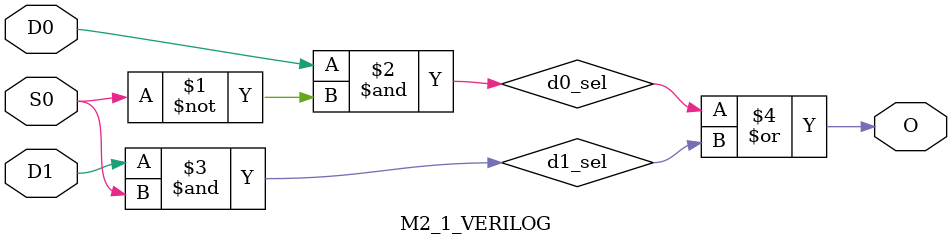
<source format=v>
module M2_1_VERILOG(D0, D1, S0, O);

    input D0;
    input D1;
    input S0;
    output O;

    wire   d0_sel;
    wire   d1_sel;

    assign d0_sel = D0 & ~S0;
    assign d1_sel = D1 &  S0;
    assign O = d0_sel | d1_sel;

endmodule

</source>
